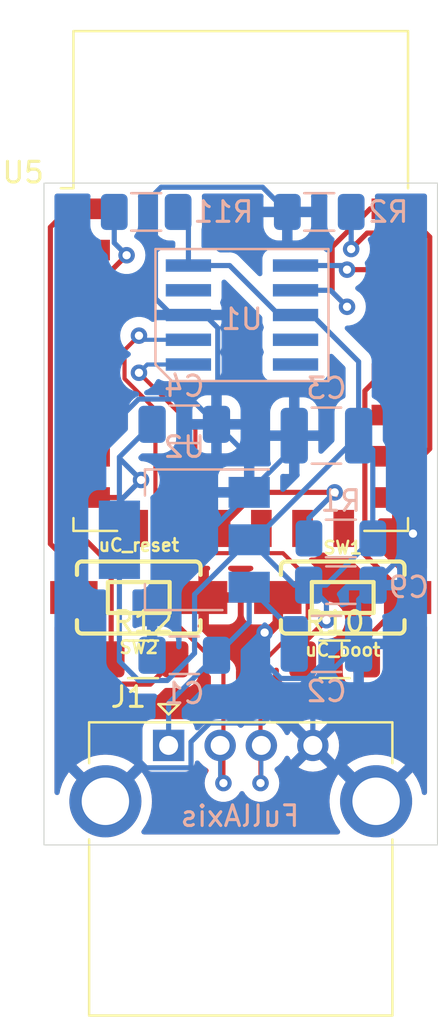
<source format=kicad_pcb>
(kicad_pcb (version 20211014) (generator pcbnew)
  (layers (0 "F.Cu" signal) (31 "B.Cu" signal) (34 "B.Paste" user) (35 "F.Paste" user) (36 "B.SilkS" user "B.Silkscreen") (37 "F.SilkS" user "F.Silkscreen") (38 "B.Mask" user) (39 "F.Mask" user) (44 "Edge.Cuts" user))
  (net 0 "")
  (net 1 "GND")
  (net 2 "Net-(R1-Pad2)")
  (net 3 "Net-(R2-Pad1)")
  (net 5 "+3V3")
  (net 6 "+5V")
  (net 7 "uC_reset")
  (net 12 "uC_boot")
  (net 13 "uC_RX")
  (net 14 "uC_TX")
  (net 18 "D+")
  (net 19 "D-")
  (net 24 "Net-(R11-Pad2)")
  (footprint "RF_Module:ESP-12E" (layer "F.Cu") (at 80.64 63.45)
    (fp_text reference "U5" (at -10.56 -5.26) (layer "F.SilkS"))
    (fp_text value "ESP-12F")
    (fp_line (start 8.12 12.12) (end 6 12.12) (layer "F.SilkS") (width 0.12))
    (fp_line (start -8.12 -4.5) (end -8.73 -4.5) (layer "F.SilkS") (width 0.12))
    (fp_line (start -8.12 -4.5) (end -8.12 -12.12) (layer "F.SilkS") (width 0.12))
    (fp_line (start 8.12 -12.12) (end 8.12 -4.5) (layer "F.SilkS") (width 0.12))
    (fp_line (start -6 12.12) (end -8.12 12.12) (layer "F.SilkS") (width 0.12))
    (fp_line (start -8.12 12.12) (end -8.12 11.5) (layer "F.SilkS") (width 0.12))
    (fp_line (start -8.12 -12.12) (end 8.12 -12.12) (layer "F.SilkS") (width 0.12))
    (fp_line (start 8.12 11.5) (end 8.12 12.12) (layer "F.SilkS") (width 0.12))
    (pad "1" smd rect locked (at -7.6 -3.5) (size 2.5 1) (layers "F.Cu" "F.Paste" "F.Mask") (net 7 "uC_reset"))
    (pad "2" smd rect locked (at -7.6 -1.5) (size 2.5 1) (layers "F.Cu" "F.Paste" "F.Mask"))
    (pad "3" smd rect locked (at -7.6 0.5) (size 2.5 1) (layers "F.Cu" "F.Paste" "F.Mask") (net 24 "Net-(R11-Pad2)"))
    (pad "4" smd rect locked (at -7.6 2.5) (size 2.5 1) (layers "F.Cu" "F.Paste" "F.Mask"))
    (pad "5" smd rect locked (at -7.6 4.5) (size 2.5 1) (layers "F.Cu" "F.Paste" "F.Mask"))
    (pad "6" smd rect locked (at -7.6 6.5) (size 2.5 1) (layers "F.Cu" "F.Paste" "F.Mask"))
    (pad "7" smd rect locked (at -7.6 8.5) (size 2.5 1) (layers "F.Cu" "F.Paste" "F.Mask"))
    (pad "8" smd rect locked (at -7.6 10.5) (size 2.5 1) (layers "F.Cu" "F.Paste" "F.Mask") (net 5 "+3V3"))
    (pad "9" smd rect locked (at -5 12) (size 1 1.8) (layers "F.Cu" "F.Paste" "F.Mask"))
    (pad "10" smd rect locked (at -3 12) (size 1 1.8) (layers "F.Cu" "F.Paste" "F.Mask"))
    (pad "11" smd rect locked (at -1 12) (size 1 1.8) (layers "F.Cu" "F.Paste" "F.Mask") (net 2 "Net-(R1-Pad2)"))
    (pad "12" smd rect locked (at 1 12) (size 1 1.8) (layers "F.Cu" "F.Paste" "F.Mask"))
    (pad "13" smd rect locked (at 3 12) (size 1 1.8) (layers "F.Cu" "F.Paste" "F.Mask"))
    (pad "14" smd rect locked (at 5 12) (size 1 1.8) (layers "F.Cu" "F.Paste" "F.Mask"))
    (pad "15" smd rect locked (at 7.6 10.5) (size 2.5 1) (layers "F.Cu" "F.Paste" "F.Mask") (net 1 "GND"))
    (pad "16" smd rect locked (at 7.6 8.5) (size 2.5 1) (layers "F.Cu" "F.Paste" "F.Mask") (net 3 "Net-(R2-Pad1)"))
    (pad "17" smd rect locked (at 7.6 6.5) (size 2.5 1) (layers "F.Cu" "F.Paste" "F.Mask"))
    (pad "18" smd rect locked (at 7.6 4.5) (size 2.5 1) (layers "F.Cu" "F.Paste" "F.Mask") (net 12 "uC_boot"))
    (pad "19" smd rect locked (at 7.6 2.5) (size 2.5 1) (layers "F.Cu" "F.Paste" "F.Mask"))
    (pad "20" smd rect locked (at 7.6 0.5) (size 2.5 1) (layers "F.Cu" "F.Paste" "F.Mask"))
    (pad "21" smd rect locked (at 7.6 -1.5) (size 2.5 1) (layers "F.Cu" "F.Paste" "F.Mask") (net 13 "uC_RX"))
    (pad "22" smd rect locked (at 7.6 -3.5) (size 2.5 1) (layers "F.Cu" "F.Paste" "F.Mask") (net 14 "uC_TX"))
    (zone (net 0) (net_name "") (layers *.Cu) (connect_pads (clearance 0)) (min_thickness 0.254)
      (keepout (tracks not_allowed) (vias not_allowed) (pads not_allowed) (copperpour not_allowed) (footprints not_allowed))
      (fill (thermal_gap 0.508) (thermal_bridge_width 0.508))
      (polygon (pts (xy 72.52 58.65) (xy 88.76 58.65) (xy 88.76 51.33) (xy 72.52 51.33)))
    )
  )
  (footprint "Switches:TACTILE_SWITCH_SMD_6.0X3.5MM" (layer "F.Cu") (at 75.6904 78.8 180)
    (fp_text reference "SW2" (at 0 -2.413) (layer "F.SilkS") (effects (font (size 0.6096 0.6096) (thickness 0.127))))
    (fp_text value "uC_reset" (at 0 2.54) (layer "F.SilkS") (effects (font (size 0.6096 0.6096) (thickness 0.127))))
    (fp_line (start -1.4986 -0.7493) (end 1.4986 -0.7493) (layer "F.SilkS") (width 0.2032))
    (fp_line (start -2.99974 -1.09982) (end -2.99974 -1.4986) (layer "F.SilkS") (width 0.2032))
    (fp_line (start -2.74828 -1.74752) (end 2.74828 -1.74752) (layer "F.SilkS") (width 0.2032))
    (fp_line (start -2.99974 1.4986) (end -2.99974 1.09982) (layer "F.SilkS") (width 0.2032))
    (fp_line (start 2.99974 -1.09982) (end 2.99974 -1.4986) (layer "F.SilkS") (width 0.2032))
    (fp_line (start -1.4986 0.7493) (end -1.4986 -0.7493) (layer "F.SilkS") (width 0.2032))
    (fp_line (start 2.74828 1.74752) (end -2.74828 1.74752) (layer "F.SilkS") (width 0.2032))
    (fp_line (start 1.4986 0.7493) (end 1.4986 -0.7493) (layer "F.SilkS") (width 0.2032))
    (fp_line (start 2.99974 1.4986) (end 2.99974 1.09982) (layer "F.SilkS") (width 0.2032))
    (fp_line (start 1.4986 0.7493) (end -1.4986 0.7493) (layer "F.SilkS") (width 0.2032))
    (fp_arc (start 2.74828 -1.74752) (mid 2.924293 -1.674613) (end 2.9972 -1.4986) (layer "F.SilkS") (width 0.2032))
    (fp_arc (start -2.99974 -1.4986) (mid -2.926089 -1.676409) (end -2.74828 -1.75006) (layer "F.SilkS") (width 0.2032))
    (fp_arc (start 2.99974 1.4986) (mid 2.926089 1.676409) (end 2.74828 1.75006) (layer "F.SilkS") (width 0.2032))
    (fp_arc (start -2.74828 1.74752) (mid -2.924293 1.674613) (end -2.9972 1.4986) (layer "F.SilkS") (width 0.2032))
    (pad "1" smd rect locked (at -3.1496 0) (size 2.2987 1.59766) (layers "F.Cu" "F.Paste" "F.Mask") (net 1 "GND"))
    (pad "2" smd rect locked (at 3.1496 0) (size 2.2987 1.59766) (layers "F.Cu" "F.Paste" "F.Mask") (net 7 "uC_reset"))
  )
  (footprint "Switches:TACTILE_SWITCH_SMD_6.0X3.5MM" (layer "F.Cu") (at 85.5896 78.8)
    (fp_text reference "SW1" (at 0 -2.413) (layer "F.SilkS") (effects (font (size 0.6096 0.6096) (thickness 0.127))))
    (fp_text value "uC_boot" (at 0 2.54) (layer "F.SilkS") (effects (font (size 0.6096 0.6096) (thickness 0.127))))
    (fp_line (start -2.74828 -1.74752) (end 2.74828 -1.74752) (layer "F.SilkS") (width 0.2032))
    (fp_line (start 2.99974 -1.09982) (end 2.99974 -1.4986) (layer "F.SilkS") (width 0.2032))
    (fp_line (start -2.99974 1.4986) (end -2.99974 1.09982) (layer "F.SilkS") (width 0.2032))
    (fp_line (start 2.74828 1.74752) (end -2.74828 1.74752) (layer "F.SilkS") (width 0.2032))
    (fp_line (start 1.4986 0.7493) (end 1.4986 -0.7493) (layer "F.SilkS") (width 0.2032))
    (fp_line (start -2.99974 -1.09982) (end -2.99974 -1.4986) (layer "F.SilkS") (width 0.2032))
    (fp_line (start -1.4986 -0.7493) (end 1.4986 -0.7493) (layer "F.SilkS") (width 0.2032))
    (fp_line (start 2.99974 1.4986) (end 2.99974 1.09982) (layer "F.SilkS") (width 0.2032))
    (fp_line (start 1.4986 0.7493) (end -1.4986 0.7493) (layer "F.SilkS") (width 0.2032))
    (fp_line (start -1.4986 0.7493) (end -1.4986 -0.7493) (layer "F.SilkS") (width 0.2032))
    (fp_arc (start -2.99974 -1.4986) (mid -2.926089 -1.676409) (end -2.74828 -1.75006) (layer "F.SilkS") (width 0.2032))
    (fp_arc (start -2.74828 1.74752) (mid -2.924293 1.674613) (end -2.9972 1.4986) (layer "F.SilkS") (width 0.2032))
    (fp_arc (start 2.74828 -1.74752) (mid 2.924293 -1.674613) (end 2.9972 -1.4986) (layer "F.SilkS") (width 0.2032))
    (fp_arc (start 2.99974 1.4986) (mid 2.926089 1.676409) (end 2.74828 1.75006) (layer "F.SilkS") (width 0.2032))
    (pad "1" smd rect locked (at -3.1496 0 180) (size 2.2987 1.59766) (layers "F.Cu" "F.Paste" "F.Mask") (net 1 "GND"))
    (pad "2" smd rect locked (at 3.1496 0 180) (size 2.2987 1.59766) (layers "F.Cu" "F.Paste" "F.Mask") (net 12 "uC_boot"))
  )
  (footprint "Resistor_SMD:R_1206_3216Metric_Pad1.30x1.75mm_HandSolder" (layer "F.Cu") (at 75.9 81.8)
    (fp_text reference "R12" (at 0 -1.82) (layer "F.SilkS"))
    (fp_text value "10k")
    (fp_line (start -0.727064 -0.91) (end 0.727064 -0.91) (layer "F.SilkS") (width 0.12))
    (fp_line (start -0.727064 0.91) (end 0.727064 0.91) (layer "F.SilkS") (width 0.12))
    (pad "1" smd roundrect (at -1.55 0) (size 1.3 1.75) (layers "F.Cu" "F.Paste" "F.Mask") (roundrect_rratio 0.1923076923) (net 5 "+3V3"))
    (pad "2" smd roundrect (at 1.55 0) (size 1.3 1.75) (layers "F.Cu" "F.Paste" "F.Mask") (roundrect_rratio 0.1923076923) (net 7 "uC_reset"))
  )
  (footprint "Connector_USB:USB_A_CONNFLY_DS1095-WNR0" (layer "F.Cu") (at 77.14 85.9725)
    (fp_text reference "J1" (at -1.95 -2.35) (layer "F.SilkS"))
    (fp_text value "USB_A")
    (fp_line (start 0 -1.5) (end 0.5 -2) (layer "F.SilkS") (width 0.12))
    (fp_line (start -3.86 4.56) (end -3.86 13.1) (layer "F.SilkS") (width 0.12))
    (fp_line (start -0.5 -2) (end 0 -1.5) (layer "F.SilkS") (width 0.12))
    (fp_line (start 10.86 4.56) (end 10.86 13.1) (layer "F.SilkS") (width 0.12))
    (fp_line (start -3.86 -1.12) (end 10.86 -1.12) (layer "F.SilkS") (width 0.12))
    (fp_line (start -3.86 13.1) (end 10.86 13.1) (layer "F.SilkS") (width 0.12))
    (fp_line (start -3.86 -1.12) (end -3.86 0.86) (layer "F.SilkS") (width 0.12))
    (fp_line (start 10.86 0.86) (end 10.86 -1.12) (layer "F.SilkS") (width 0.12))
    (fp_line (start 0.5 -2) (end -0.5 -2) (layer "F.SilkS") (width 0.12))
    (pad "1" thru_hole rect (at 0 0) (size 1.524 1.524) (drill 0.92) (layers *.Cu *.Mask) (net 6 "+5V"))
    (pad "2" thru_hole circle (at 2.5 0) (size 1.524 1.524) (drill 0.92) (layers *.Cu *.Mask) (net 19 "D-"))
    (pad "3" thru_hole circle (at 4.5 0) (size 1.524 1.524) (drill 0.92) (layers *.Cu *.Mask) (net 18 "D+"))
    (pad "4" thru_hole circle (at 7 0) (size 1.524 1.524) (drill 0.92) (layers *.Cu *.Mask) (net 1 "GND"))
    (pad "5" thru_hole circle (at 10.07 2.71) (size 3.5 3.5) (drill 2.3) (layers *.Cu *.Mask) (net 1 "GND"))
    (pad "5" thru_hole circle (at -3.07 2.71) (size 3.5 3.5) (drill 2.3) (layers *.Cu *.Mask) (net 1 "GND"))
  )
  (footprint "Resistor_SMD:R_1206_3216Metric_Pad1.30x1.75mm_HandSolder" (layer "F.Cu") (at 85.2 81.8)
    (fp_text reference "R10" (at 0 -1.82) (layer "F.SilkS"))
    (fp_text value "10k")
    (fp_line (start -0.727064 -0.91) (end 0.727064 -0.91) (layer "F.SilkS") (width 0.12))
    (fp_line (start -0.727064 0.91) (end 0.727064 0.91) (layer "F.SilkS") (width 0.12))
    (pad "1" smd roundrect (at -1.55 0) (size 1.3 1.75) (layers "F.Cu" "F.Paste" "F.Mask") (roundrect_rratio 0.1923076923) (net 5 "+3V3"))
    (pad "2" smd roundrect (at 1.55 0) (size 1.3 1.75) (layers "F.Cu" "F.Paste" "F.Mask") (roundrect_rratio 0.1923076923) (net 12 "uC_boot"))
  )
  (footprint "Capacitor_SMD:C_1206_3216Metric_Pad1.33x1.80mm_HandSolder" (layer "B.Cu") (at 77.9 70.4 180)
    (fp_text reference "C4" (at 0 1.85) (layer "B.SilkS") (effects (justify mirror)))
    (fp_text value "22nF")
    (fp_line (start -0.711252 -0.91) (end 0.711252 -0.91) (layer "B.SilkS") (width 0.12))
    (fp_line (start -0.711252 0.91) (end 0.711252 0.91) (layer "B.SilkS") (width 0.12))
    (pad "1" smd roundrect (at -1.5625 0 180) (size 1.325 1.8) (layers "B.Cu" "B.Paste" "B.Mask") (roundrect_rratio 0.1886792453) (net 1 "GND"))
    (pad "2" smd roundrect (at 1.5625 0 180) (size 1.325 1.8) (layers "B.Cu" "B.Paste" "B.Mask") (roundrect_rratio 0.1886792453) (net 5 "+3V3"))
  )
  (footprint "Capacitor_SMD:C_1210_3225Metric_Pad1.33x2.70mm_HandSolder" (layer "B.Cu") (at 84.8 70.95 180)
    (fp_text reference "C3" (at 0 2.3) (layer "B.SilkS") (effects (justify mirror)))
    (fp_text value "100nF")
    (fp_line (start -0.711252 1.36) (end 0.711252 1.36) (layer "B.SilkS") (width 0.12))
    (fp_line (start -0.711252 -1.36) (end 0.711252 -1.36) (layer "B.SilkS") (width 0.12))
    (pad "1" smd roundrect (at -1.5625 0 180) (size 1.325 2.7) (layers "B.Cu" "B.Paste" "B.Mask") (roundrect_rratio 0.1886792453) (net 5 "+3V3"))
    (pad "2" smd roundrect (at 1.5625 0 180) (size 1.325 2.7) (layers "B.Cu" "B.Paste" "B.Mask") (roundrect_rratio 0.1886792453) (net 1 "GND"))
  )
  (footprint "Capacitor_SMD:C_1206_3216Metric_Pad1.33x1.80mm_HandSolder" (layer "B.Cu") (at 77.9 81.6)
    (fp_text reference "C1" (at 0 1.85) (layer "B.SilkS") (effects (justify mirror)))
    (fp_text value "22nF")
    (fp_line (start -0.711252 -0.91) (end 0.711252 -0.91) (layer "B.SilkS") (width 0.12))
    (fp_line (start -0.711252 0.91) (end 0.711252 0.91) (layer "B.SilkS") (width 0.12))
    (pad "1" smd roundrect (at -1.5625 0) (size 1.325 1.8) (layers "B.Cu" "B.Paste" "B.Mask") (roundrect_rratio 0.1886792453) (net 1 "GND"))
    (pad "2" smd roundrect (at 1.5625 0) (size 1.325 1.8) (layers "B.Cu" "B.Paste" "B.Mask") (roundrect_rratio 0.1886792453) (net 6 "+5V"))
  )
  (footprint "Capacitor_SMD:C_1206_3216Metric_Pad1.33x1.80mm_HandSolder" (layer "B.Cu") (at 85.5 78.2)
    (fp_text reference "C9" (at 3.3 0.1) (layer "B.SilkS") (effects (justify mirror)))
    (fp_text value "100nF")
    (fp_line (start -0.711252 -0.91) (end 0.711252 -0.91) (layer "B.SilkS") (width 0.12))
    (fp_line (start -0.711252 0.91) (end 0.711252 0.91) (layer "B.SilkS") (width 0.12))
    (pad "1" smd roundrect (at -1.5625 0) (size 1.325 1.8) (layers "B.Cu" "B.Paste" "B.Mask") (roundrect_rratio 0.1886792453) (net 5 "+3V3"))
    (pad "2" smd roundrect (at 1.5625 0) (size 1.325 1.8) (layers "B.Cu" "B.Paste" "B.Mask") (roundrect_rratio 0.1886792453) (net 1 "GND"))
  )
  (footprint "Capacitor_SMD:C_1210_3225Metric_Pad1.33x2.70mm_HandSolder" (layer "B.Cu") (at 84.8 81.05)
    (fp_text reference "C2" (at 0 2.3) (layer "B.SilkS") (effects (justify mirror)))
    (fp_text value "100nF")
    (fp_line (start -0.711252 1.36) (end 0.711252 1.36) (layer "B.SilkS") (width 0.12))
    (fp_line (start -0.711252 -1.36) (end 0.711252 -1.36) (layer "B.SilkS") (width 0.12))
    (pad "1" smd roundrect (at -1.5625 0) (size 1.325 2.7) (layers "B.Cu" "B.Paste" "B.Mask") (roundrect_rratio 0.1886792453) (net 6 "+5V"))
    (pad "2" smd roundrect (at 1.5625 0) (size 1.325 2.7) (layers "B.Cu" "B.Paste" "B.Mask") (roundrect_rratio 0.1886792453) (net 1 "GND"))
  )
  (footprint "ch340:SOIC-10" (layer "B.Cu") (at 80.7 65.1 90)
    (fp_text reference "U1" (at -0.2 0) (layer "B.SilkS") (effects (justify mirror)))
    (fp_text value "ch340n")
    (fp_line (start -2.4 -4.2) (end -3.2 -3.4) (layer "B.SilkS") (width 0.12))
    (fp_line (start -3.2 4.2) (end 3.2 4.2) (layer "B.SilkS") (width 0.12))
    (fp_line (start 3.2 -4.2) (end -2.4 -4.2) (layer "B.SilkS") (width 0.12))
    (fp_line (start -3.2 -3.4) (end -3.2 4.2) (layer "B.SilkS") (width 0.12))
    (fp_line (start 3.2 4.2) (end 3.2 -4.2) (layer "B.SilkS") (width 0.12))
    (pad "1" smd rect (at -2.4 -2.6 90) (size 0.6 2.2) (layers "B.Cu" "B.Paste" "B.Mask") (net 18 "D+"))
    (pad "2" smd rect (at -1.2 -2.6 90) (size 0.6 2.2) (layers "B.Cu" "B.Paste" "B.Mask") (net 19 "D-"))
    (pad "3" smd rect (at 0 -2.6 90) (size 0.6 2.2) (layers "B.Cu" "B.Paste" "B.Mask") (net 1 "GND"))
    (pad "4" smd rect (at 1.2 -2.6 90) (size 0.6 2.2) (layers "B.Cu" "B.Paste" "B.Mask"))
    (pad "5" smd rect (at 2.4 -2.6 90) (size 0.6 2.2) (layers "B.Cu" "B.Paste" "B.Mask") (net 5 "+3V3"))
    (pad "6" smd rect (at 2.4 2.6 90) (size 0.6 2.2) (layers "B.Cu" "B.Paste" "B.Mask") (net 13 "uC_RX"))
    (pad "7" smd rect (at 1.2 2.6 90) (size 0.6 2.2) (layers "B.Cu" "B.Paste" "B.Mask") (net 14 "uC_TX"))
    (pad "8" smd rect (at 0 2.6 90) (size 0.6 2.2) (layers "B.Cu" "B.Paste" "B.Mask") (net 5 "+3V3"))
    (pad "9" smd rect (at -1.2 2.6 90) (size 0.6 2.2) (layers "B.Cu" "B.Paste" "B.Mask"))
    (pad "10" smd rect (at -2.4 2.6 90) (size 0.6 2.2) (layers "B.Cu" "B.Paste" "B.Mask"))
  )
  (footprint "Resistor_SMD:R_1206_3216Metric_Pad1.30x1.75mm_HandSolder" (layer "B.Cu") (at 84.45 60.1 180)
    (fp_text reference "R2" (at -3.35 0) (layer "B.SilkS") (effects (justify mirror)))
    (fp_text value "10K")
    (fp_line (start -0.727064 -0.91) (end 0.727064 -0.91) (layer "B.SilkS") (width 0.12))
    (fp_line (start -0.727064 0.91) (end 0.727064 0.91) (layer "B.SilkS") (width 0.12))
    (pad "1" smd roundrect (at -1.55 0 180) (size 1.3 1.75) (layers "B.Cu" "B.Paste" "B.Mask") (roundrect_rratio 0.1923076923) (net 3 "Net-(R2-Pad1)"))
    (pad "2" smd roundrect (at 1.55 0 180) (size 1.3 1.75) (layers "B.Cu" "B.Paste" "B.Mask") (roundrect_rratio 0.1923076923) (net 1 "GND"))
  )
  (footprint "Package_TO_SOT_SMD:SOT-223-3_TabPin2" (layer "B.Cu") (at 77.9 76 180)
    (fp_text reference "U2" (at 0 4.5) (layer "B.SilkS") (effects (justify mirror)))
    (fp_text value "AMS1117-3.3")
    (fp_line (start 1.91 3.41) (end 1.91 2.15) (layer "B.SilkS") (width 0.12))
    (fp_line (start 1.91 -3.41) (end 1.91 -2.15) (layer "B.SilkS") (width 0.12))
    (fp_line (start -1.85 -3.41) (end 1.91 -3.41) (layer "B.SilkS") (width 0.12))
    (fp_line (start -4.1 3.41) (end 1.91 3.41) (layer "B.SilkS") (width 0.12))
    (pad "1" smd rect (at -3.15 2.3 180) (size 2 1.5) (layers "B.Cu" "B.Paste" "B.Mask") (net 1 "GND"))
    (pad "2" smd rect (at 3.15 0 180) (size 2 3.8) (layers "B.Cu" "B.Paste" "B.Mask") (net 5 "+3V3"))
    (pad "2" smd rect (at -3.15 0 180) (size 2 1.5) (layers "B.Cu" "B.Paste" "B.Mask") (net 5 "+3V3"))
    (pad "3" smd rect (at -3.15 -2.3 180) (size 2 1.5) (layers "B.Cu" "B.Paste" "B.Mask") (net 6 "+5V"))
  )
  (footprint "Resistor_SMD:R_1206_3216Metric_Pad1.30x1.75mm_HandSolder" (layer "B.Cu") (at 85.5 75.935 180)
    (fp_text reference "R1" (at 0 1.82) (layer "B.SilkS") (effects (justify mirror)))
    (fp_text value "10K")
    (fp_line (start -0.727064 0.91) (end 0.727064 0.91) (layer "B.SilkS") (width 0.12))
    (fp_line (start -0.727064 -0.91) (end 0.727064 -0.91) (layer "B.SilkS") (width 0.12))
    (pad "1" smd roundrect (at -1.55 0 180) (size 1.3 1.75) (layers "B.Cu" "B.Paste" "B.Mask") (roundrect_rratio 0.1923076923) (net 5 "+3V3"))
    (pad "2" smd roundrect (at 1.55 0 180) (size 1.3 1.75) (layers "B.Cu" "B.Paste" "B.Mask") (roundrect_rratio 0.1923076923) (net 2 "Net-(R1-Pad2)"))
  )
  (footprint "Resistor_SMD:R_1206_3216Metric_Pad1.30x1.75mm_HandSolder" (layer "B.Cu") (at 76.05 60.1 180)
    (fp_text reference "R11" (at -3.75 0) (layer "B.SilkS") (effects (justify mirror)))
    (fp_text value "10K")
    (fp_line (start -0.727064 -0.91) (end 0.727064 -0.91) (layer "B.SilkS") (width 0.12))
    (fp_line (start -0.727064 0.91) (end 0.727064 0.91) (layer "B.SilkS") (width 0.12))
    (pad "1" smd roundrect (at -1.55 0 180) (size 1.3 1.75) (layers "B.Cu" "B.Paste" "B.Mask") (roundrect_rratio 0.1923076923) (net 5 "+3V3"))
    (pad "2" smd roundrect (at 1.55 0 180) (size 1.3 1.75) (layers "B.Cu" "B.Paste" "B.Mask") (roundrect_rratio 0.1923076923) (net 24 "Net-(R11-Pad2)"))
  )
  (gr_rect (start 90.19 90.8) (end 71.09 58.7) (layer "Edge.Cuts") (width 0.05) (fill none))
  (gr_text "FullAxis" (at 80.6 89.4) (layer "B.SilkS") (effects (font (size 1 1)) (justify mirror)))
  (segment (start 82.44 78.8) (end 82.44 79.86) (width 0.25) (layer "F.Cu") (net 1))
  (segment (start 89 75.7) (end 89 74.71) (width 0.25) (layer "F.Cu") (net 1))
  (segment (start 89 74.71) (end 88.24 73.95) (width 0.25) (layer "F.Cu") (net 1))
  (segment (start 78.84 78.8) (end 82.44 78.8) (width 0.25) (layer "F.Cu") (net 1))
  (segment (start 82.44 79.86) (end 81.8 80.5) (width 0.25) (layer "F.Cu") (net 1))
  (via (at 81.8 80.5) (size 0.8) (drill 0.4) (layers "F.Cu" "B.Cu") (net 1))
  (via (at 89 75.7) (size 0.8) (drill 0.4) (layers "F.Cu" "B.Cu") (net 1))
  (segment (start 76.5 64.3) (end 76.5 59.17502) (width 0.25) (layer "B.Cu") (net 1))
  (segment (start 89 76.2625) (end 87.0625 78.2) (width 0.25) (layer "B.Cu") (net 1))
  (segment (start 73.1 84.105522) (end 73.1 71.762507) (width 0.25) (layer "B.Cu") (net 1))
  (segment (start 76.053489 87.059011) (end 73.1 84.105522) (width 0.25) (layer "B.Cu") (net 1))
  (segment (start 83.2375 71.5125) (end 81.05 73.7) (width 0.25) (layer "B.Cu") (net 1))
  (segment (start 83.2375 70.95) (end 83.2375 71.5125) (width 0.25) (layer "B.Cu") (net 1))
  (segment (start 78.226511 87.059011) (end 76.053489 87.059011) (width 0.25) (layer "B.Cu") (net 1))
  (segment (start 76.053489 87.059011) (end 75.693489 87.059011) (width 0.25) (layer "B.Cu") (net 1))
  (segment (start 81.70048 58.90048) (end 82.9 60.1) (width 0.25) (layer "B.Cu") (net 1))
  (segment (start 79.524511 65.724511) (end 78.9 65.1) (width 0.25) (layer "B.Cu") (net 1))
  (segment (start 78.9 65.1) (end 78.1 65.1) (width 0.25) (layer "B.Cu") (net 1))
  (segment (start 76.3375 81.6) (end 76.3375 78.4125) (width 0.25) (layer "B.Cu") (net 1))
  (segment (start 75.687027 69.17548) (end 78.23798 69.17548) (width 0.25) (layer "B.Cu") (net 1))
  (segment (start 79.524511 70.337989) (end 79.524511 65.724511) (width 0.25) (layer "B.Cu") (net 1))
  (segment (start 81.8 81.937493) (end 82.587027 82.72452) (width 0.25) (layer "B.Cu") (net 1))
  (segment (start 76.5 59.17502) (end 76.77454 58.90048) (width 0.25) (layer "B.Cu") (net 1))
  (segment (start 79.140522 84.885989) (end 78.226511 85.8) (width 0.25) (layer "B.Cu") (net 1))
  (segment (start 84.68798 82.72452) (end 86.3625 81.05) (width 0.25) (layer "B.Cu") (net 1))
  (segment (start 75.693489 87.059011) (end 74.07 88.6825) (width 0.25) (layer "B.Cu") (net 1))
  (segment (start 85.562493 81.05) (end 81.726504 84.885989) (width 0.25) (layer "B.Cu") (net 1))
  (segment (start 81.05 71.9875) (end 79.4625 70.4) (width 0.25) (layer "B.Cu") (net 1))
  (segment (start 81.8 80.5) (end 81.8 81.937493) (width 0.25) (layer "B.Cu") (net 1))
  (segment (start 73.1 71.762507) (end 75.687027 69.17548) (width 0.25) (layer "B.Cu") (net 1))
  (segment (start 89 75.7) (end 89 76.2625) (width 0.25) (layer "B.Cu") (net 1))
  (segment (start 76.77454 58.90048) (end 81.70048 58.90048) (width 0.25) (layer "B.Cu") (net 1))
  (segment (start 86.3625 78.9) (end 87.0625 78.2) (width 0.25) (layer "B.Cu") (net 1))
  (segment (start 84.14 83.2725) (end 86.3625 81.05) (width 0.25) (layer "B.Cu") (net 1))
  (segment (start 78.226511 85.8) (end 78.226511 87.059011) (width 0.25) (layer "B.Cu") (net 1))
  (segment (start 76.3375 78.4125) (end 81.05 73.7) (width 0.25) (layer "B.Cu") (net 1))
  (segment (start 77.3 65.1) (end 76.5 64.3) (width 0.25) (layer "B.Cu") (net 1))
  (segment (start 84.14 85.9725) (end 86.85 88.6825) (width 0.25) (layer "B.Cu") (net 1))
  (segment (start 86.3625 81.05) (end 85.562493 81.05) (width 0.25) (layer "B.Cu") (net 1))
  (segment (start 78.23798 69.17548) (end 79.4625 70.4) (width 0.25) (layer "B.Cu") (net 1))
  (segment (start 86.85 88.6825) (end 87.21 88.6825) (width 0.25) (layer "B.Cu") (net 1))
  (segment (start 79.4625 70.4) (end 79.524511 70.337989) (width 0.25) (layer "B.Cu") (net 1))
  (segment (start 81.726504 84.885989) (end 79.140522 84.885989) (width 0.25) (layer "B.Cu") (net 1))
  (segment (start 81.05 73.7) (end 81.05 71.9875) (width 0.25) (layer "B.Cu") (net 1))
  (segment (start 86.3625 81.05) (end 86.3625 78.9) (width 0.25) (layer "B.Cu") (net 1))
  (segment (start 78.1 65.1) (end 77.3 65.1) (width 0.25) (layer "B.Cu") (net 1))
  (segment (start 84.14 85.9725) (end 84.14 83.2725) (width 0.25) (layer "B.Cu") (net 1))
  (segment (start 82.587027 82.72452) (end 84.68798 82.72452) (width 0.25) (layer "B.Cu") (net 1))
  (segment (start 81.39 73.7) (end 79.64 75.45) (width 0.25) (layer "F.Cu") (net 2))
  (segment (start 85.2 73.7) (end 81.39 73.7) (width 0.25) (layer "F.Cu") (net 2))
  (via (at 85.2 73.7) (size 0.8) (drill 0.4) (layers "F.Cu" "B.Cu") (net 2))
  (segment (start 83.95 75.935) (end 83.95 74.95) (width 0.25) (layer "B.Cu") (net 2))
  (segment (start 83.95 74.95) (end 85.2 73.7) (width 0.25) (layer "B.Cu") (net 2))
  (segment (start 89.814511 61.314511) (end 89.814511 71.585489) (width 0.25) (layer "F.Cu") (net 3))
  (segment (start 89.625489 61.125489) (end 89.814511 61.314511) (width 0.25) (layer "F.Cu") (net 3))
  (segment (start 86 61.9) (end 86.774511 61.125489) (width 0.25) (layer "F.Cu") (net 3))
  (segment (start 89.45 71.95) (end 88.24 71.95) (width 0.25) (layer "F.Cu") (net 3))
  (segment (start 86.774511 61.125489) (end 89.625489 61.125489) (width 0.25) (layer "F.Cu") (net 3))
  (segment (start 89.814511 71.585489) (end 89.45 71.95) (width 0.25) (layer "F.Cu") (net 3))
  (via (at 86 61.9) (size 0.8) (drill 0.4) (layers "F.Cu" "B.Cu") (net 3))
  (segment (start 86 60.1) (end 86 61.9) (width 0.25) (layer "B.Cu") (net 3))
  (segment (start 83.65 81.05) (end 84.8 79.9) (width 0.25) (layer "F.Cu") (net 5))
  (segment (start 73.04 75.94) (end 73.04 73.95) (width 0.25) (layer "F.Cu") (net 5))
  (segment (start 83.65 81.8) (end 83.65 81.05) (width 0.25) (layer "F.Cu") (net 5))
  (segment (start 74.95 73.95) (end 73.04 73.95) (width 0.25) (layer "F.Cu") (net 5))
  (segment (start 75.8 73.1) (end 74.95 73.95) (width 0.25) (layer "F.Cu") (net 5))
  (segment (start 74.35 81.8) (end 74.35 77.25) (width 0.25) (layer "F.Cu") (net 5))
  (segment (start 74.35 77.25) (end 73.04 75.94) (width 0.25) (layer "F.Cu") (net 5))
  (via (at 84.8 79.9) (size 0.8) (drill 0.4) (layers "F.Cu" "B.Cu") (net 5))
  (via (at 75.8 73.1) (size 0.8) (drill 0.4) (layers "F.Cu" "B.Cu") (net 5))
  (segment (start 84.8 79.9) (end 84.8 79.0625) (width 0.25) (layer "B.Cu") (net 5))
  (segment (start 74.75 81.887493) (end 75.687027 82.82452) (width 0.25) (layer "B.Cu") (net 5))
  (segment (start 86.3625 67.3625) (end 86.3625 70.95) (width 0.25) (layer "B.Cu") (net 5))
  (segment (start 87.05 71.6375) (end 86.3625 70.95) (width 0.25) (layer "B.Cu") (net 5))
  (segment (start 78.4 81.5) (end 78.4 78.65) (width 0.25) (layer "B.Cu") (net 5))
  (segment (start 84.785 78.2) (end 87.05 75.935) (width 0.25) (layer "B.Cu") (net 5))
  (segment (start 80.1 62.7) (end 78.1 62.7) (width 0.25) (layer "B.Cu") (net 5))
  (segment (start 81.3125 76) (end 86.3625 70.95) (width 0.25) (layer "B.Cu") (net 5))
  (segment (start 83.3 65.1) (end 82.5 65.1) (width 0.25) (layer "B.Cu") (net 5))
  (segment (start 78.4 78.65) (end 81.05 76) (width 0.25) (layer "B.Cu") (net 5))
  (segment (start 82.5 65.1) (end 80.1 62.7) (width 0.25) (layer "B.Cu") (net 5))
  (segment (start 74.75 76) (end 74.75 81.887493) (width 0.25) (layer "B.Cu") (net 5))
  (segment (start 83.9375 78.2) (end 84.785 78.2) (width 0.25) (layer "B.Cu") (net 5))
  (segment (start 74.75 76) (end 74.75 74.15) (width 0.25) (layer "B.Cu") (net 5))
  (segment (start 84.8 79.0625) (end 83.9375 78.2) (width 0.25) (layer "B.Cu") (net 5))
  (segment (start 74.75 71.9875) (end 74.75 76) (width 0.25) (layer "B.Cu") (net 5))
  (segment (start 86.3625 70.95) (end 86.1 70.95) (width 0.25) (layer "B.Cu") (net 5))
  (segment (start 83.3 65.1) (end 84.1 65.1) (width 0.25) (layer "B.Cu") (net 5))
  (segment (start 87.05 75.935) (end 87.05 71.6375) (width 0.25) (layer "B.Cu") (net 5))
  (segment (start 76.3375 70.4) (end 74.75 71.9875) (width 0.25) (layer "B.Cu") (net 5))
  (segment (start 83.25 78.2) (end 81.05 76) (width 0.25) (layer "B.Cu") (net 5))
  (segment (start 84.1 65.1) (end 86.3625 67.3625) (width 0.25) (layer "B.Cu") (net 5))
  (segment (start 74.75 71.9875) (end 74.75 72.05) (width 0.25) (layer "B.Cu") (net 5))
  (segment (start 77.07548 82.82452) (end 78.4 81.5) (width 0.25) (layer "B.Cu") (net 5))
  (segment (start 81.05 76) (end 81.3125 76) (width 0.25) (layer "B.Cu") (net 5))
  (segment (start 74.75 74.15) (end 75.8 73.1) (width 0.25) (layer "B.Cu") (net 5))
  (segment (start 74.75 72.05) (end 75.8 73.1) (width 0.25) (layer "B.Cu") (net 5))
  (segment (start 78.1 60.6) (end 77.6 60.1) (width 0.25) (layer "B.Cu") (net 5))
  (segment (start 75.687027 82.82452) (end 77.07548 82.82452) (width 0.25) (layer "B.Cu") (net 5))
  (segment (start 78.1 62.7) (end 78.1 60.6) (width 0.25) (layer "B.Cu") (net 5))
  (segment (start 83.9375 78.2) (end 83.25 78.2) (width 0.25) (layer "B.Cu") (net 5))
  (segment (start 77.14 83.9225) (end 77.14 85.9725) (width 0.25) (layer "B.Cu") (net 6))
  (segment (start 81.05 80.0125) (end 79.4625 81.6) (width 0.25) (layer "B.Cu") (net 6))
  (segment (start 81.05 78.3) (end 81.05 80.0125) (width 0.25) (layer "B.Cu") (net 6))
  (segment (start 79.4625 81.6) (end 77.14 83.9225) (width 0.25) (layer "B.Cu") (net 6))
  (segment (start 83.2375 80.4875) (end 81.05 78.3) (width 0.25) (layer "B.Cu") (net 6))
  (segment (start 83.2375 81.05) (end 83.2375 80.4875) (width 0.25) (layer "B.Cu") (net 6))
  (segment (start 72.5408 77.3408) (end 72.5408 78.8) (width 0.25) (layer "F.Cu") (net 7))
  (segment (start 71.4 60.84) (end 71.4 76.2) (width 0.25) (layer "F.Cu") (net 7))
  (segment (start 73.59952 82.99952) (end 72.5408 81.9408) (width 0.25) (layer "F.Cu") (net 7))
  (segment (start 77.45 81.8) (end 76.25048 82.99952) (width 0.25) (layer "F.Cu") (net 7))
  (segment (start 72.29 59.95) (end 71.4 60.84) (width 0.25) (layer "F.Cu") (net 7))
  (segment (start 73.04 59.95) (end 72.29 59.95) (width 0.25) (layer "F.Cu") (net 7))
  (segment (start 76.25048 82.99952) (end 73.59952 82.99952) (width 0.25) (layer "F.Cu") (net 7))
  (segment (start 72.5408 81.9408) (end 72.5408 78.8) (width 0.25) (layer "F.Cu") (net 7))
  (segment (start 71.4 76.2) (end 72.5408 77.3408) (width 0.25) (layer "F.Cu") (net 7))
  (segment (start 86.665489 68.774511) (end 86.665489 76.726289) (width 0.25) (layer "F.Cu") (net 12))
  (segment (start 86.75 80.7892) (end 88.7392 78.8) (width 0.25) (layer "F.Cu") (net 12))
  (segment (start 88.24 67.95) (end 87.49 67.95) (width 0.25) (layer "F.Cu") (net 12))
  (segment (start 87.49 67.95) (end 86.665489 68.774511) (width 0.25) (layer "F.Cu") (net 12))
  (segment (start 86.665489 76.726289) (end 88.7392 78.8) (width 0.25) (layer "F.Cu") (net 12))
  (segment (start 86.75 81.8) (end 86.75 80.7892) (width 0.25) (layer "F.Cu") (net 12))
  (segment (start 85.8 62.9) (end 87.29 62.9) (width 0.25) (layer "F.Cu") (net 13))
  (segment (start 87.29 62.9) (end 88.24 61.95) (width 0.25) (layer "F.Cu") (net 13))
  (via (at 85.8 62.9) (size 0.8) (drill 0.4) (layers "F.Cu" "B.Cu") (net 13))
  (segment (start 85.6 62.7) (end 85.8 62.9) (width 0.25) (layer "B.Cu") (net 13))
  (segment (start 83.3 62.7) (end 85.6 62.7) (width 0.25) (layer "B.Cu") (net 13))
  (segment (start 86.925386 59.95) (end 88.24 59.95) (width 0.25) (layer "F.Cu") (net 14))
  (segment (start 85.8 64.7) (end 85.075489 63.975489) (width 0.25) (layer "F.Cu") (net 14))
  (segment (start 85.075489 61.799897) (end 86.925386 59.95) (width 0.25) (layer "F.Cu") (net 14))
  (segment (start 85.075489 63.975489) (end 85.075489 61.799897) (width 0.25) (layer "F.Cu") (net 14))
  (via (at 85.8 64.7) (size 0.8) (drill 0.4) (layers "F.Cu" "B.Cu") (net 14))
  (segment (start 85 63.9) (end 85.8 64.7) (width 0.25) (layer "B.Cu") (net 14))
  (segment (start 83.3 63.9) (end 85 63.9) (width 0.25) (layer "B.Cu") (net 14))
  (segment (start 83.888861 79.759001) (end 83.888861 77.84935) (width 0.2) (layer "F.Cu") (net 18))
  (segment (start 81.6 87.8) (end 81.6 82.047862) (width 0.2) (layer "F.Cu") (net 18))
  (segment (start 78.439511 70.639511) (end 75.7 67.9) (width 0.2) (layer "F.Cu") (net 18))
  (segment (start 78.439511 76.1) (end 78.439511 70.639511) (width 0.2) (layer "F.Cu") (net 18))
  (segment (start 83.888861 77.84935) (end 82.689022 76.649511) (width 0.2) (layer "F.Cu") (net 18))
  (segment (start 82.689022 76.649511) (end 78.989022 76.649511) (width 0.2) (layer "F.Cu") (net 18))
  (segment (start 81.6 82.047862) (end 83.888861 79.759001) (width 0.2) (layer "F.Cu") (net 18))
  (segment (start 78.989022 76.649511) (end 78.439511 76.1) (width 0.2) (layer "F.Cu") (net 18))
  (via (at 75.7 67.9) (size 0.8) (drill 0.4) (layers "F.Cu" "B.Cu") (net 18))
  (via (at 81.6 87.8) (size 0.8) (drill 0.4) (layers "F.Cu" "B.Cu") (net 18))
  (segment (start 75.7 67.9) (end 76.1 67.5) (width 0.2) (layer "B.Cu") (net 18))
  (segment (start 76.1 67.5) (end 78.1 67.5) (width 0.2) (layer "B.Cu") (net 18))
  (segment (start 81.64 85.9725) (end 81.64 87.76) (width 0.2) (layer "B.Cu") (net 18))
  (segment (start 81.64 87.76) (end 81.6 87.8) (width 0.2) (layer "B.Cu") (net 18))
  (segment (start 79.8 87.8) (end 79.8 82.347862) (width 0.2) (layer "F.Cu") (net 19))
  (segment (start 75 66.8) (end 75.7 66.1) (width 0.2) (layer "F.Cu") (net 19))
  (segment (start 76.499511 69.68877) (end 75 68.189259) (width 0.2) (layer "F.Cu") (net 19))
  (segment (start 79.8 82.347862) (end 76.499511 79.047373) (width 0.2) (layer "F.Cu") (net 19))
  (segment (start 76.499511 79.047373) (end 76.499511 69.68877) (width 0.2) (layer "F.Cu") (net 19))
  (segment (start 75 68.189259) (end 75 66.8) (width 0.2) (layer "F.Cu") (net 19))
  (via (at 79.8 87.8) (size 0.8) (drill 0.4) (layers "F.Cu" "B.Cu") (net 19))
  (via (at 75.7 66.1) (size 0.8) (drill 0.4) (layers "F.Cu" "B.Cu") (net 19))
  (segment (start 79.64 85.9725) (end 79.64 87.64) (width 0.2) (layer "B.Cu") (net 19))
  (segment (start 79.64 87.64) (end 79.8 87.8) (width 0.2) (layer "B.Cu") (net 19))
  (segment (start 75.7 66.1) (end 75.9 66.3) (width 0.2) (layer "B.Cu") (net 19))
  (segment (start 75.9 66.3) (end 78.1 66.3) (width 0.2) (layer "B.Cu") (net 19))
  (segment (start 75.1 62.2) (end 73.35 63.95) (width 0.25) (layer "F.Cu") (net 24))
  (segment (start 73.35 63.95) (end 73.04 63.95) (width 0.25) (layer "F.Cu") (net 24))
  (via (at 75.1 62.2) (size 0.8) (drill 0.4) (layers "F.Cu" "B.Cu") (net 24))
  (segment (start 74.5 60.1) (end 74.5 61.6) (width 0.25) (layer "B.Cu") (net 24))
  (segment (start 74.5 61.6) (end 75.1 62.2) (width 0.25) (layer "B.Cu") (net 24))
  (zone (net 1) (net_name "GND") (layers F&B.Cu) (connect_pads (clearance 0.508)) (min_thickness 0.254) (fill yes (thermal_gap 0.508) (thermal_bridge_width 0.508) (smoothing fillet))
    (polygon (pts (xy 90.14 90.7) (xy 71.14 90.7) (xy 71.14 58.8) (xy 90.14 58.8)))
  )
)
</source>
